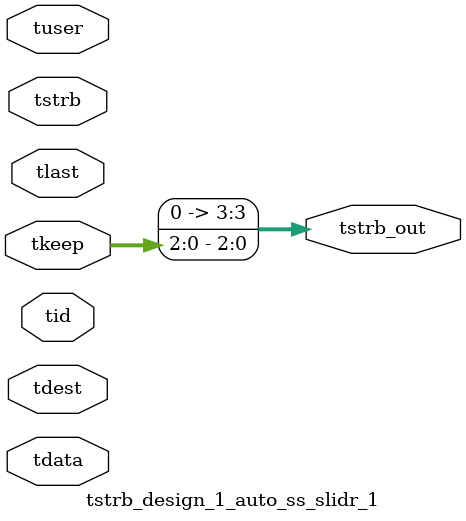
<source format=v>


`timescale 1ps/1ps

module tstrb_design_1_auto_ss_slidr_1 #
(
parameter C_S_AXIS_TDATA_WIDTH = 32,
parameter C_S_AXIS_TUSER_WIDTH = 0,
parameter C_S_AXIS_TID_WIDTH   = 0,
parameter C_S_AXIS_TDEST_WIDTH = 0,
parameter C_M_AXIS_TDATA_WIDTH = 32
)
(
input  [(C_S_AXIS_TDATA_WIDTH == 0 ? 1 : C_S_AXIS_TDATA_WIDTH)-1:0     ] tdata,
input  [(C_S_AXIS_TUSER_WIDTH == 0 ? 1 : C_S_AXIS_TUSER_WIDTH)-1:0     ] tuser,
input  [(C_S_AXIS_TID_WIDTH   == 0 ? 1 : C_S_AXIS_TID_WIDTH)-1:0       ] tid,
input  [(C_S_AXIS_TDEST_WIDTH == 0 ? 1 : C_S_AXIS_TDEST_WIDTH)-1:0     ] tdest,
input  [(C_S_AXIS_TDATA_WIDTH/8)-1:0 ] tkeep,
input  [(C_S_AXIS_TDATA_WIDTH/8)-1:0 ] tstrb,
input                                                                    tlast,
output [(C_M_AXIS_TDATA_WIDTH/8)-1:0 ] tstrb_out
);

assign tstrb_out = {tkeep[2:0]};

endmodule


</source>
